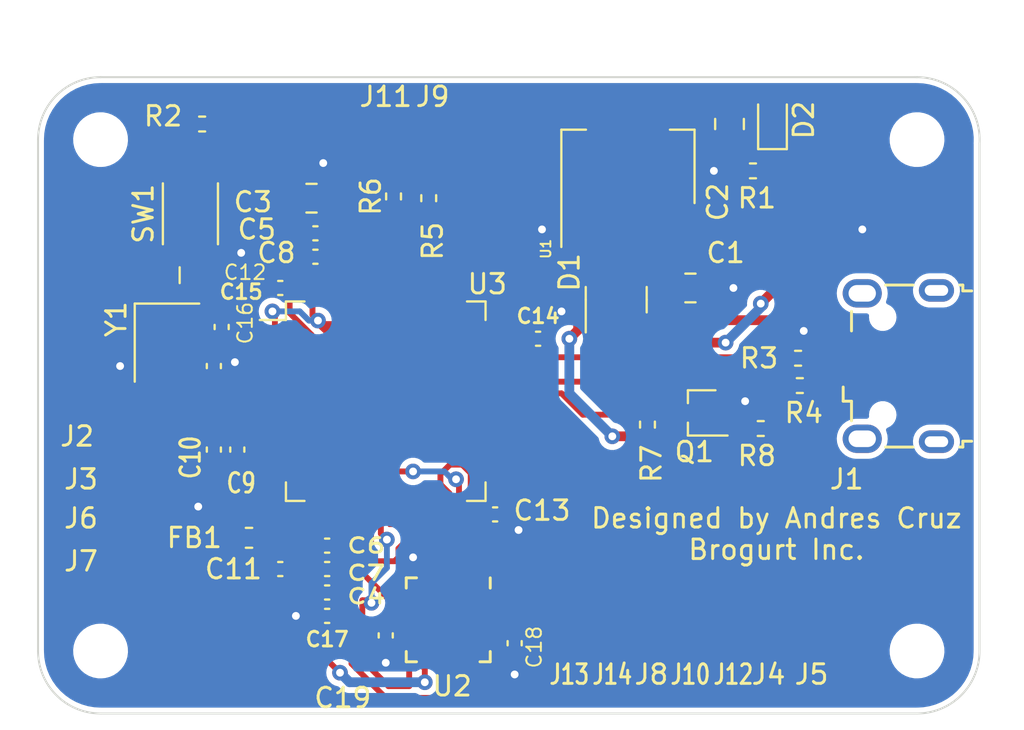
<source format=kicad_pcb>
(kicad_pcb (version 20211014) (generator pcbnew)
  (layers (0 "F.Cu" signal) (31 "B.Cu" power) (34 "B.Paste" user) (35 "F.Paste" user) (36 "B.SilkS" user "B.Silkscreen") (37 "F.SilkS" user "F.Silkscreen") (38 "B.Mask" user) (39 "F.Mask" user) (44 "Edge.Cuts" user))
  (net 0 "")
  (net 1 "GND")
  (net 2 "+3.3V")
  (net 3 "+3.3VA")
  (net 4 "/NRST")
  (net 5 "Net-(C13-Pad1)")
  (net 6 "Net-(C14-Pad1)")
  (net 7 "/RCC_OSC_IN")
  (net 8 "/RCC_OSC_OUT")
  (net 9 "Net-(C18-Pad1)")
  (net 10 "Net-(C19-Pad1)")
  (net 11 "+5V")
  (net 12 "VBUS")
  (net 13 "Net-(D2-Pad1)")
  (net 14 "Net-(J1-Pad2)")
  (net 15 "Net-(J1-Pad3)")
  (net 18 "/S4")
  (net 19 "/S1")
  (net 20 "/UART1_TX")
  (net 21 "/S2")
  (net 22 "/S3")
  (net 23 "/UART6_TX")
  (net 24 "Net-(J9-Pad1)")
  (net 25 "/UART6_RX")
  (net 26 "Net-(J11-Pad1)")
  (net 27 "/PPM_IN")
  (net 28 "/UART3_TX")
  (net 29 "/UART3_RX")
  (net 30 "Net-(Q1-Pad1)")
  (net 31 "/SW_BOOT0")
  (net 32 "/BOOT0")
  (net 33 "/USB_OTG_FS_DP")
  (net 34 "/USB_OTG_FS_DM")
  (net 35 "/SCL_PAD")
  (net 36 "/SDA_PAD")
  (net 40 "SPI1_MISO")
  (net 41 "GYRO_INT")
  (net 42 "SPI1_SCLK")
  (net 43 "SPI1_MOSI")
  (net 74 "UART1_RX_OUT")
  (net 75 "VDD")
  (net 76 "Net-(J5-Pad1)")
  (footprint "Capacitor_SMD:C_0402_1005Metric" (layer "F.Cu") (at 64.6 86.8)
    (fp_text reference "C14")
    (fp_text value "100n")
  )
  (footprint "Capacitor_SMD:C_0805_2012Metric" (layer "F.Cu") (at 72.4 84.2)
    (fp_text reference "C1")
    (fp_text value "10u")
  )
  (footprint "Connector_Wire:SolderWirePad_1x01_SMD_1x2mm" (layer "F.Cu") (at 57.2 76.6)
    (fp_text reference "J11")
    (fp_text value "SDA_PAD")
  )
  (footprint "Capacitor_SMD:C_0805_2012Metric" (layer "F.Cu") (at 74.4 75.8 -90)
    (fp_text reference "C2")
    (fp_text value "10u")
  )
  (footprint "Resistor_SMD:R_0402_1005Metric" (layer "F.Cu") (at 78 89.2)
    (fp_text reference "R4")
    (fp_text value "22R")
  )
  (footprint "Package_QFP:LQFP-64_10x10mm_P0.5mm" (layer "F.Cu") (at 56.8 90)
    (fp_text reference "U3")
    (fp_text value "STM32F405RGTx")
  )
  (footprint "Capacitor_SMD:C_0805_2012Metric" (layer "F.Cu") (at 53 79.6)
    (fp_text reference "C3")
    (fp_text value "10u")
  )
  (footprint "Sensor_Motion:InvenSense_QFN-24_4x4mm_P0.5mm" (layer "F.Cu") (at 60 101.2 -90)
    (fp_text reference "U2")
    (fp_text value "MPU-6000")
  )
  (footprint "Connector_Wire:SolderWirePad_1x01_SMD_1x2mm" (layer "F.Cu") (at 78.6 101.8 180)
    (fp_text reference "J5")
    (fp_text value "UART1_RX")
  )
  (footprint "Crystal:Crystal_SMD_3225-4Pin_3.2x2.5mm" (layer "F.Cu") (at 45.6 87 -90)
    (fp_text reference "Y1")
    (fp_text value "8MHz")
  )
  (footprint "Connector_Wire:SolderWirePad_1x01_SMD_1x2mm" (layer "F.Cu") (at 43.4 98.2 -90)
    (fp_text reference "J7")
    (fp_text value "S2")
  )
  (footprint "LED_SMD:LED_0603_1608Metric" (layer "F.Cu") (at 76.6 75.6 90)
    (fp_text reference "D2")
    (fp_text value "GREEN")
  )
  (footprint "Resistor_SMD:R_0402_1005Metric" (layer "F.Cu") (at 75.6 78.2 180)
    (fp_text reference "R1")
    (fp_text value "1k5")
  )
  (footprint "Connector_Wire:SolderWirePad_1x01_SMD_1x2mm" (layer "F.Cu") (at 66.6 101.8)
    (fp_text reference "J13")
    (fp_text value "UART3_TX")
  )
  (footprint "Inductor_SMD:L_0603_1608Metric" (layer "F.Cu") (at 49.8 97)
    (fp_text reference "FB1")
    (fp_text value "120R")
  )
  (footprint "Connector_Wire:SolderWirePad_1x01_SMD_1x2mm" (layer "F.Cu") (at 70.6 101.8)
    (fp_text reference "J8")
    (fp_text value "UART6_TX")
  )
  (footprint "Connector_Wire:SolderWirePad_1x01_SMD_1x2mm" (layer "F.Cu") (at 74.6 101.8)
    (fp_text reference "J12")
    (fp_text value "PPM_IN")
  )
  (footprint "Package_TO_SOT_SMD:SOT-23" (layer "F.Cu") (at 68.6 84.8 90)
    (fp_text reference "D1")
    (fp_text value "BAT54C")
  )
  (footprint "Resistor_SMD:R_0402_1005Metric" (layer "F.Cu") (at 77.91 87.8)
    (fp_text reference "R3")
    (fp_text value "22R")
  )
  (footprint "Resistor_SMD:R_0402_1005Metric" (layer "F.Cu") (at 47.4 75.8)
    (fp_text reference "R2")
    (fp_text value "10k")
  )
  (footprint "Capacitor_SMD:C_0402_1005Metric" (layer "F.Cu") (at 53.8 97.4 180)
    (fp_text reference "C6")
    (fp_text value "100n")
  )
  (footprint "Capacitor_SMD:C_0402_1005Metric" (layer "F.Cu") (at 48.4 86.2 90)
    (fp_text reference "C15")
    (fp_text value "10p")
  )
  (footprint "Connector_Wire:SolderWirePad_1x01_SMD_1x2mm" (layer "F.Cu") (at 68.6 101.8)
    (fp_text reference "J14")
    (fp_text value "UART3_RX")
  )
  (footprint "Capacitor_SMD:C_0402_1005Metric" (layer "F.Cu") (at 53.8 101 180)
    (fp_text reference "C17")
    (fp_text value "0.1u")
  )
  (footprint "MountingHole:MountingHole_2.2mm_M2" (layer "F.Cu") (at 42.2 76.6)
    (fp_text reference "H2")
    (fp_text value "MountingHole")
  )
  (footprint "Connector_Wire:SolderWirePad_1x01_SMD_1x2mm" (layer "F.Cu") (at 43.4 96 -90)
    (fp_text reference "J6")
    (fp_text value "S3")
  )
  (footprint "Capacitor_SMD:C_0402_1005Metric" (layer "F.Cu") (at 62.4 95.8)
    (fp_text reference "C13")
    (fp_text value "100n")
  )
  (footprint "" (layer "F.Cu") (at 79.6 79.2 90)
    (fp_text reference "")
    (fp_text value "")
  )
  (footprint "Connector_Wire:SolderWirePad_1x01_SMD_1x2mm" (layer "F.Cu") (at 43.4 91.8 -90)
    (fp_text reference "J2")
    (fp_text value "S1")
  )
  (footprint "Connector_Wire:SolderWirePad_1x01_SMD_1x2mm" (layer "F.Cu") (at 72.6 101.8)
    (fp_text reference "J10")
    (fp_text value "UART6_RX")
  )
  (footprint "MountingHole:MountingHole_2.2mm_M2" (layer "F.Cu") (at 84 102.8)
    (fp_text reference "H4")
    (fp_text value "MountingHole")
  )
  (footprint "Connector_Wire:SolderWirePad_1x01_SMD_1x2mm" (layer "F.Cu") (at 43.4 93.8 -90)
    (fp_text reference "J3")
    (fp_text value "S4")
  )
  (footprint "" (layer "F.Cu") (at 79.6 81.2 90)
    (fp_text reference "")
    (fp_text value "")
  )
  (footprint "Capacitor_SMD:C_0402_1005Metric" (layer "F.Cu") (at 53.8 98.6 180)
    (fp_text reference "C7")
    (fp_text value "100n")
  )
  (footprint "Capacitor_SMD:C_0402_1005Metric" (layer "F.Cu") (at 53.8 99.8 180)
    (fp_text reference "C4")
    (fp_text value "100n")
  )
  (footprint "Connector_Wire:SolderWirePad_1x01_SMD_1x2mm" (layer "F.Cu") (at 59 76.6)
    (fp_text reference "J9")
    (fp_text value "SCL_PAD")
  )
  (footprint "MountingHole:MountingHole_2.2mm_M2" (layer "F.Cu") (at 84 76.6)
    (fp_text reference "H1")
    (fp_text value "MountingHole")
  )
  (footprint "Capacitor_SMD:C_0402_1005Metric" (layer "F.Cu") (at 63.4 102.4 -90)
    (fp_text reference "C18")
    (fp_text value "2.2n")
  )
  (footprint "Resistor_SMD:R_0402_1005Metric" (layer "F.Cu") (at 59 79.6 90)
    (fp_text reference "R5")
    (fp_text value "10k")
  )
  (footprint "Resistor_SMD:R_0402_1005Metric" (layer "F.Cu") (at 57.2 79.51 90)
    (fp_text reference "R6")
    (fp_text value "10k")
  )
  (footprint "Capacitor_SMD:C_0402_1005Metric" (layer "F.Cu") (at 48 92.48 90)
    (fp_text reference "C10")
    (fp_text value "1u")
  )
  (footprint "Button_Switch_SMD:SW_DIP_SPSTx01_Slide_Copal_CVS-01xB_W5.9mm_P1mm" (layer "F.Cu") (at 46.8 80.4 90)
    (fp_text reference "SW1")
    (fp_text value "SW_SPDT")
  )
  (footprint "Resistor_SMD:R_0402_1005Metric" (layer "F.Cu") (at 76 91.4 180)
    (fp_text reference "R8")
    (fp_text value "4k7R")
  )
  (footprint "MountingHole:MountingHole_2.2mm_M2" (layer "F.Cu") (at 42.2 102.8)
    (fp_text reference "H3")
    (fp_text value "MountingHole")
  )
  (footprint "Package_TO_SOT_SMD:SOT-323_SC-70" (layer "F.Cu") (at 73 90.6 180)
    (fp_text reference "Q1")
    (fp_text value "BC817W")
  )
  (footprint "Capacitor_SMD:C_0402_1005Metric" (layer "F.Cu") (at 51.4 84.2 180)
    (fp_text reference "C12")
    (fp_text value "100n")
  )
  (footprint "Package_TO_SOT_SMD:SOT-223-3_TabPin2" (layer "F.Cu") (at 69.2 78 90)
    (fp_text reference "U1")
    (fp_text value "NCP1117-3.3_SOT223")
  )
  (footprint "Capacitor_SMD:C_0402_1005Metric" (layer "F.Cu") (at 53.2 81.4)
    (fp_text reference "C5")
    (fp_text value "100n")
  )
  (footprint "Capacitor_SMD:C_0402_1005Metric" (layer "F.Cu") (at 49.2 92.48 90)
    (fp_text reference "C9")
    (fp_text value "10n")
  )
  (footprint "Capacitor_SMD:C_0402_1005Metric" (layer "F.Cu") (at 56.8 102 -90)
    (fp_text reference "C19")
    (fp_text value "0.1u")
  )
  (footprint "Capacitor_SMD:C_0402_1005Metric" (layer "F.Cu") (at 48 88.2 90)
    (fp_text reference "C16")
    (fp_text value "10p")
  )
  (footprint "Capacitor_SMD:C_0402_1005Metric" (layer "F.Cu") (at 53.2 82.6)
    (fp_text reference "C8")
    (fp_text value "100n")
  )
  (footprint "Resistor_SMD:R_0402_1005Metric" (layer "F.Cu") (at 70.2 91.2 -90)
    (fp_text reference "R7")
    (fp_text value "10kR")
  )
  (footprint "Connector_USB:USB_Micro-B_Wuerth_629105150521" (layer "F.Cu") (at 83.045 88.2 90)
    (fp_text reference "J1")
    (fp_text value "USB_B_Micro")
  )
  (footprint "Capacitor_SMD:C_0402_1005Metric" (layer "F.Cu") (at 51.4 98.6)
    (fp_text reference "C11")
    (fp_text value "1u")
  )
  (footprint "Connector_Wire:SolderWirePad_1x01_SMD_1x2mm" (layer "F.Cu") (at 76.6 101.8 180)
    (fp_text reference "J4")
    (fp_text value "UART1_TX")
  )
  (gr_line (start 39 102.8) (end 39 76.6) (layer "Edge.Cuts") (width 0.1))
  (gr_line (start 42.2 73.4) (end 84 73.4) (layer "Edge.Cuts") (width 0.1))
  (gr_arc (start 39 76.6) (mid 39.937258 74.337258) (end 42.2 73.4) (layer "Edge.Cuts") (width 0.1))
  (gr_arc (start 84 73.4) (mid 86.334523 74.408684) (end 87.2 76.8) (layer "Edge.Cuts") (width 0.1))
  (gr_arc (start 87.2 102.8) (mid 86.262742 105.062742) (end 84 106) (layer "Edge.Cuts") (width 0.1))
  (gr_line (start 84 106) (end 42.2 106) (layer "Edge.Cuts") (width 0.1))
  (gr_line (start 87.2 76.8) (end 87.2 102.8) (layer "Edge.Cuts") (width 0.1))
  (gr_arc (start 42.2 106) (mid 39.937258 105.062742) (end 39 102.8) (layer "Edge.Cuts") (width 0.1))
  (gr_text "Designed by Andres Cruz\nBrogurt Inc." (at 76.8 96.8) (layer "F.SilkS") (effects (font (size 1 1))))
  (segment (start 75.09 78.2) (end 73.6 78.2) (width 0.5) (layer "F.Cu") (net 1))
  (segment (start 79.515539 86.700688) (end 79.689851 86.875) (width 0.5) (layer "F.Cu") (net 1))
  (segment (start 53.55 96.550361) (end 53.4 96.700361) (width 0.3) (layer "F.Cu") (net 1))
  (segment (start 49.2 92) (end 49.45 91.75) (width 0.25) (layer "F.Cu") (net 1))
  (segment (start 61.001041 98.475) (end 58.675 98.475) (width 0.3) (layer "F.Cu") (net 1))
  (segment (start 61.2 104) (end 63.4 104) (width 0.3) (layer "F.Cu") (net 1))
  (segment (start 46.8 84.4) (end 46.8 85.55) (width 0.5) (layer "F.Cu") (net 1))
  (segment (start 75.15 89.95) (end 75.2 90) (width 0.5) (layer "F.Cu") (net 1))
  (segment (start 51.88 98.6) (end 53.32 98.6) (width 0.5) (layer "F.Cu") (net 1))
  (segment (start 62.88 95.8) (end 62.88 95.88) (width 0.5) (layer "F.Cu") (net 1))
  (segment (start 49.45 91.75) (end 51.125 91.75) (width 0.25) (layer "F.Cu") (net 1))
  (segment (start 62.85 103.15) (end 63.13 103.15) (width 0.3) (layer "F.Cu") (net 1))
  (segment (start 79.6 81.2) (end 81.2 81.2) (width 0.5) (layer "F.Cu") (net 1))
  (segment (start 53.32 101) (end 53.32 99.8) (width 0.5) (layer "F.Cu") (net 1))
  (segment (start 49.92 84.2) (end 50.92 84.2) (width 0.5) (layer "F.Cu") (net 1))
  (segment (start 53.799639 83.2) (end 53.8 83.2) (width 0.3) (layer "F.Cu") (net 1))
  (segment (start 79.689851 86.875) (end 81.145 86.875) (width 0.5) (layer "F.Cu") (net 1))
  (segment (start 56.993959 102.48) (end 57.523959 101.95) (width 0.3) (layer "F.Cu") (net 1))
  (segment (start 48.4 87.72) (end 48.797215 87.72) (width 0.5) (layer "F.Cu") (net 1))
  (segment (start 74 89.95) (end 75.15 89.95) (width 0.5) (layer "F.Cu") (net 1))
  (segment (start 47 92.8) (end 47 95.2) (width 0.5) (layer "F.Cu") (net 1))
  (segment (start 53.95 79.6) (end 53.95 81.13) (width 0.5) (layer "F.Cu") (net 1))
  (segment (start 46.75 85.6) (end 48.28 85.6) (width 0.5) (layer "F.Cu") (net 1))
  (segment (start 53.4 97.32) (end 53.32 97.4) (width 0.3) (layer "F.Cu") (net 1))
  (segment (start 61.25 99.25) (end 61.25 98.65) (width 0.3) (layer "F.Cu") (net 1))
  (segment (start 62.88 95.88) (end 63.6 96.6) (width 0.5) (layer "F.Cu") (net 1))
  (segment (start 53.32 98.6) (end 53.32 97.4) (width 0.5) (layer "F.Cu") (net 1))
  (segment (start 53.32 99.8) (end 53.32 98.6) (width 0.5) (layer "F.Cu") (net 1))
  (segment (start 53.95 78.15) (end 53.6 77.8) (width 0.5) (layer "F.Cu") (net 1))
  (segment (start 48 92) (end 49.2 92) (width 0.5) (layer "F.Cu") (net 1))
  (segment (start 65.08 86.8) (end 65.08 86.12) (width 0.5) (layer "F.Cu") (net 1))
  (segment (start 43.3 88.1) (end 43.2 88.2) (width 0.5) (layer "F.Cu") (net 1))
  (segment (start 48.797215 87.72) (end 49.077715 88.0005) (width 0.5) (layer "F.Cu") (net 1))
  (segment (start 48.4 85.72) (end 49.92 84.2) (width 0.5) (layer "F.Cu") (net 1))
  (segment (start 61.176041 98.65) (end 61.001041 98.475) (width 0.3) (layer "F.Cu") (net 1))
  (segment (start 53.55 95.675) (end 53.55 96.550361) (width 0.3) (layer "F.Cu") (net 1))
  (segment (start 56.8 102.48) (end 56.8 103.4) (width 0.5) (layer "F.Cu") (net 1))
  (segment (start 73.6 78.2) (end 74.4 77.4) (width 0.5) (layer "F.Cu") (net 1))
  (segment (start 53.55 83.449639) (end 53.799639 83.2) (width 0.3) (layer "F.Cu") (net 1))
  (segment (start 49.92 82.92) (end 49.4 82.4) (width 0.5) (layer "F.Cu") (net 1))
  (segment (start 63.4 104) (end 62.85 103.45) (width 0.3) (layer "F.Cu") (net 1))
  (segment (start 73.35 84.2) (end 74.6 84.2) (width 0.5) (layer "F.Cu") (net 1))
  (segment (start 47 95.2) (end 47.2 95.4) (width 0.5) (layer "F.Cu") (net 1))
  (segment (start 48.28 85.6) (end 48.4 85.72) (width 0.5) (layer "F.Cu") (net 1))
  (segment (start 53.68 81.4) (end 53.68 82.6) (width 0.5) (layer "F.Cu") (net 1))
  (segment (start 48 92) (end 47.8 92) (width 0.5) (layer "F.Cu") (net 1))
  (segment (start 53.95 79.6) (end 53.95 78.15) (width 0.5) (layer "F.Cu") (net 1))
  (segment (start 53.95 81.13) (end 53.68 81.4) (width 0.5) (layer "F.Cu") (net 1))
  (segment (start 46.45 85.9) (end 46.75 85.6) (width 0.5) (layer "F.Cu") (net 1))
  (segment (start 62.85 103.45) (end 62.85 103.15) (width 0.3) (layer "F.Cu") (net 1))
  (segment (start 64.85 81.15) (end 66.9 81.15) (width 0.5) (layer "F.Cu") (net 1))
  (segment (start 74.4 77.4) (end 74.4 76.75) (width 0.5) (layer "F.Cu") (net 1))
  (segment (start 53.55 84.325) (end 53.55 83.449639) (width 0.3) (layer "F.Cu") (net 1))
  (segment (start 64.8 81.2) (end 64.85 81.15) (width 0.5) (layer "F.Cu") (net 1))
  (segment (start 78.2 86.4) (end 78.500688 86.700688) (width 0.5) (layer "F.Cu") (net 1))
  (segment (start 61.25 103.95) (end 61.2 104) (width 0.3) (layer "F.Cu") (net 1))
  (segment (start 61.25 103.15) (end 61.25 103.95) (width 0.3) (layer "F.Cu") (net 1))
  (segment (start 61.25 98.65) (end 61.176041 98.65) (width 0.3) (layer "F.Cu") (net 1))
  (segment (start 49.92 84.2) (end 49.92 82.92) (width 0.5) (layer "F.Cu") (net 1))
  (segment (start 65.08 86.12) (end 65.8 85.4) (width 0.5) (layer "F.Cu") (net 1))
  (segment (start 52.2 101) (end 53.32 101) (width 0.5) (layer "F.Cu") (net 1))
  (segment (start 47.8 92) (end 47 92.8) (width 0.5) (layer "F.Cu") (net 1))
  (segment (start 63.13 103.15) (end 63.4 102.88) (width 0.3) (layer "F.Cu") (net 1))
  (segment (start 57.523959 101.95) (end 58.05 101.95) (width 0.3) (layer "F.Cu") (net 1))
  (segment (start 78.500688 86.700688) (end 79.515539 86.700688) (width 0.5) (layer "F.Cu") (net 1))
  (segment (start 53.8 82.72) (end 53.68 82.6) (width 0.3) (layer "F.Cu") (net 1))
  (segment (start 44.75 88.1) (end 43.3 88.1) (width 0.5) (layer "F.Cu") (net 1))
  (segment (start 46.8 85.55) (end 46.45 85.9) (width 0.5) (layer "F.Cu") (net 1))
  (segment (start 58.675 98.475) (end 58.2 98) (width 0.3) (layer "F.Cu") (net 1))
  (segment (start 53.4 96.700361) (end 53.4 97.32) (width 0.3) (layer "F.Cu") (net 1))
  (segment (start 46.8 83.35) (end 46.8 84.4) (width 0.5) (layer "F.Cu") (net 1))
  (segment (start 61.25 103.15) (end 62.85 103.15) (width 0.3) (layer "F.Cu") (net 1))
  (segment (start 53.8 83.2) (end 53.8 82.72) (width 0.3) (layer "F.Cu") (net 1))
  (via (at 63.4 104) (size 0.8) (drill 0.4) (layers "F.Cu" "B.Cu") (net 1))
  (via (at 75.2 90) (size 0.8) (drill 0.4) (layers "F.Cu" "B.Cu") (net 1))
  (via (at 63.6 96.6) (size 0.8) (drill 0.4) (layers "F.Cu" "B.Cu") (net 1))
  (via (at 49.4 82.4) (size 0.8) (drill 0.4) (layers "F.Cu" "B.Cu") (net 1))
  (via (at 81.2 81.2) (size 0.8) (drill 0.4) (layers "F.Cu" "B.Cu") (net 1))
  (via (at 74.6 84.2) (size 0.8) (drill 0.4) (layers "F.Cu" "B.Cu") (net 1))
  (via (at 53.6 77.8) (size 0.8) (drill 0.4) (layers "F.Cu" "B.Cu") (net 1))
  (via (at 58.2 98) (size 0.8) (drill 0.4) (layers "F.Cu" "B.Cu") (net 1))
  (via (at 65.8 85.4) (size 0.8) (drill 0.4) (layers "F.Cu" "B.Cu") (net 1))
  (via (at 47.2 95.4) (size 0.8) (drill 0.4) (layers "F.Cu" "B.Cu") (net 1))
  (via (at 73.6 78.2) (size 0.8) (drill 0.4) (layers "F.Cu" "B.Cu") (net 1))
  (via (at 49.077715 88.0005) (size 0.8) (drill 0.4) (layers "F.Cu" "B.Cu") (net 1))
  (via (at 43.2 88.2) (size 0.8) (drill 0.4) (layers "F.Cu" "B.Cu") (net 1))
  (via (at 64.8 81.2) (size 0.8) (drill 0.4) (layers "F.Cu" "B.Cu") (net 1))
  (via (at 78.2 86.4) (size 0.8) (drill 0.4) (layers "F.Cu" "B.Cu") (net 1))
  (via (at 52.2 101) (size 0.8) (drill 0.4) (layers "F.Cu" "B.Cu") (net 1))
  (via (at 56.8 103.4) (size 0.8) (drill 0.4) (layers "F.Cu" "B.Cu") (net 1))
  (segment (start 76.5625 74.85) (end 76.6 74.8125) (width 0.5) (layer "F.Cu") (net 2))
  (segment (start 58.75 103.15) (end 58.75 103.65) (width 0.3) (layer "F.Cu") (net 2))
  (segment (start 54 86.540046) (end 54 93.4) (width 0.5) (layer "F.Cu") (net 2))
  (segment (start 54.05 96.550361) (end 54.28 96.780361) (width 0.3) (layer "F.Cu") (net 2))
  (segment (start 54.2 102) (end 53.8 102.4) (width 0.5) (layer "F.Cu") (net 2))
  (segment (start 53.609954 86.15) (end 62.475 86.15) (width 0.5) (layer "F.Cu") (net 2))
  (segment (start 58.8 103.7) (end 58.8 104.4) (width 0.3) (layer "F.Cu") (net 2))
  (segment (start 52.72 83.12) (end 53.05 83.45) (width 0.3) (layer "F.Cu") (net 2))
  (segment (start 53.8 102.4) (end 52.2 102.4) (width 0.5) (layer "F.Cu") (net 2))
  (segment (start 45.8 78.25) (end 46.35 78.8) (width 0.5) (layer "F.Cu") (net 2))
  (segment (start 69.2 74.85) (end 66.55 74.85) (width 0.3) (layer "F.Cu") (net 2))
  (segment (start 54.45838 103.910149) (end 53.8 103.251769) (width 0.3) (layer "F.Cu") (net 2))
  (segment (start 53.8 103.251769) (end 53.8 102.4) (width 0.3) (layer "F.Cu") (net 2))
  (segment (start 51.125 86.25) (end 51.125 85.525) (width 0.3) (layer "F.Cu") (net 2))
  (segment (start 60.55 94.15) (end 60.4 94) (width 0.3) (layer "F.Cu") (net 2))
  (segment (start 52.2 102.4) (end 50.92 101.12) (width 0.5) (layer "F.Cu") (net 2))
  (segment (start 58.75 103.65) (end 58.8 103.7) (width 0.3) (layer "F.Cu") (net 2))
  (segment (start 54.28 98.6) (end 54.28 97.4) (width 0.5) (layer "F.Cu") (net 2))
  (segment (start 47.8 81.2) (end 47.15 81.2) (width 0.5) (layer "F.Cu") (net 2))
  (segment (start 47.8 81.2) (end 47.8 82.55) (width 0.5) (layer "F.Cu") (net 2))
  (segment (start 54.28 101) (end 54.28 99.8) (width 0.5) (layer "F.Cu") (net 2))
  (segment (start 53.329977 85.870023) (end 53.05 85.590046) (width 0.3) (layer "F.Cu") (net 2))
  (segment (start 54 94) (end 54.05 94.05) (width 0.3) (layer "F.Cu") (net 2))
  (segment (start 66.55 74.85) (end 64 77.4) (width 0.3) (layer "F.Cu") (net 2))
  (segment (start 53.329977 85.870023) (end 53.609954 86.15) (width 0.5) (layer "F.Cu") (net 2))
  (segment (start 60.55 95.675) (end 60.55 94.15) (width 0.3) (layer "F.Cu") (net 2))
  (segment (start 74.4 74.85) (end 76.5625 74.85) (width 0.5) (layer "F.Cu") (net 2))
  (segment (start 52.72 81.4) (end 52.72 82.6) (width 0.5) (layer "F.Cu") (net 2))
  (segment (start 52.05 79.6) (end 52.05 80.73) (width 0.5) (layer "F.Cu") (net 2))
  (segment (start 50.7 78.25) (end 52.05 79.6) (width 0.5) (layer "F.Cu") (net 2))
  (segment (start 54.2 93.6) (end 54 93.4) (width 0.3) (layer "F.Cu") (net 2))
  (segment (start 54.28 101) (end 54.2 101.08) (width 0.5) (layer "F.Cu") (net 2))
  (segment (start 53.05 85.590046) (end 53.05 84.325) (width 0.3) (layer "F.Cu") (net 2))
  (segment (start 52.72 82.6) (end 52.72 83.12) (width 0.3) (layer "F.Cu") (net 2))
  (segment (start 53.05 83.45) (end 53.05 84.325) (width 0.3) (layer "F.Cu") (net 2))
  (segment (start 58.2 93.6) (end 54.2 93.6) (width 0.3) (layer "F.Cu") (net 2))
  (segment (start 69.2 74.85) (end 74.4 74.85) (width 0.5) (layer "F.Cu") (net 2))
  (segment (start 54 93.4) (end 54 94) (width 0.5) (layer "F.Cu") (net 2))
  (segment (start 51.125 85.525) (end 51 85.4) (width 0.3) (layer "F.Cu") (net 2))
  (segment (start 54.05 94.05) (end 54.05 95.675) (width 0.3) (layer "F.Cu") (net 2))
  (segment (start 50.92 101.12) (end 50.92 98.6) (width 0.5) (layer "F.Cu") (net 2))
  (segment (start 54.28 99.8) (end 54.28 98.6) (width 0.5) (layer "F.Cu") (net 2))
  (segment (start 54.05 95.675) (end 54.05 96.550361) (width 0.3) (layer "F.Cu") (net 2))
  (segment (start 47.8 78.8) (end 47.8 81.2) (width 0.5) (layer "F.Cu") (net 2))
  (segment (start 54.28 96.780361) (end 54.28 97.4) (width 0.3) (layer "F.Cu") (net 2))
  (segment (start 53.329977 85.870023) (end 54 86.540046) (width 0.5) (layer "F.Cu") (net 2))
  (segment (start 47.15 81.2) (end 45.8 82.55) (width 0.5) (layer "F.Cu") (net 2))
  (segment (start 50.92 97.3325) (end 50.5875 97) (width 0.5) (layer "F.Cu") (net 2))
  (segment (start 63.55 86.25) (end 62.475 86.25) (width 0.3) (layer "F.Cu") (net 2))
  (segment (start 50.92 98.6) (end 50.92 97.3325) (width 0.5) (layer "F.Cu") (net 2))
  (segment (start 64 77.4) (end 64 85.8) (width 0.3) (layer "F.Cu") (net 2))
  (segment (start 64 85.8) (end 63.55 86.25) (width 0.3) (layer "F.Cu") (net 2))
  (segment (start 69.2 74.85) (end 69.2 81.15) (width 0.5) (layer "F.Cu") (net 2))
  (segment (start 47.8 78.25) (end 50.7 78.25) (width 0.5) (layer "F.Cu") (net 2))
  (segment (start 47.8 78.25) (end 47.8 78.8) (width 0.5) (layer "F.Cu") (net 2))
  (segment (start 54.2 101.08) (end 54.2 102) (width 0.5) (layer "F.Cu") (net 2))
  (segment (start 46.35 78.8) (end 47.8 78.8) (width 0.5) (layer "F.Cu") (net 2))
  (segment (start 52.05 80.73) (end 52.72 81.4) (width 0.5) (layer "F.Cu") (net 2))
  (via (at 54.45838 103.910149) (size 0.8) (drill 0.4) (layers "F.Cu" "B.Cu") (net 2))
  (via (at 53.329977 85.870023) (size 0.8) (drill 0.4) (layers "F.Cu" "B.Cu") (net 2))
  (via (at 58.8 104.4) (size 0.8) (drill 0.4) (layers "F.Cu" "B.Cu") (net 2))
  (via (at 60.4 94) (size 0.8) (drill 0.4) (layers "F.Cu" "B.Cu") (net 2))
  (via (at 51 85.4) (size 0.8) (drill 0.4) (layers "F.Cu" "B.Cu") (net 2))
  (via (at 58.2 93.6) (size 0.8) (drill 0.4) (layers "F.Cu" "B.Cu") (net 2))
  (segment (start 59.8 93.6) (end 58.2 93.6) (width 0.3) (layer "B.Cu") (net 2))
  (segment (start 59.8 93.6) (end 60.2 94) (width 0.3) (layer "B.Cu") (net 2))
  (segment (start 54.948231 104.4) (end 54.45838 103.910149) (width 0.5) (layer "B.Cu") (net 2))
  (segment (start 51 85.4) (end 52.4 85.4) (width 0.3) (layer "B.Cu") (net 2))
  (segment (start 52.870023 85.870023) (end 53.329977 85.870023) (width 0.3) (layer "B.Cu") (net 2))
  (segment (start 60.2 94) (end 60.4 94) (width 0.3) (layer "B.Cu") (net 2))
  (segment (start 52.8 85.8) (end 52.870023 85.870023) (width 0.3) (layer "B.Cu") (net 2))
  (segment (start 58.8 104.4) (end 54.948231 104.4) (width 0.5) (layer "B.Cu") (net 2))
  (segment (start 52.4 85.4) (end 52.8 85.8) (width 0.3) (layer "B.Cu") (net 2))
  (segment (start 50.23 92.25) (end 51.125 92.25) (width 0.25) (layer "F.Cu") (net 3))
  (segment (start 49.2 92.84) (end 49.64 92.84) (width 0.25) (layer "F.Cu") (net 3))
  (segment (start 49.2 92.96) (end 48 92.96) (width 0.5) (layer "F.Cu") (net 3))
  (segment (start 49.0125 95.8125) (end 48 94.8) (width 0.5) (layer "F.Cu") (net 3))
  (segment (start 48 94.8) (end 48 92.96) (width 0.5) (layer "F.Cu") (net 3))
  (segment (start 49.0125 97) (end 49.0125 95.8125) (width 0.5) (layer "F.Cu") (net 3))
  (segment (start 49.64 92.84) (end 50.23 92.25) (width 0.25) (layer "F.Cu") (net 3))
  (segment (start 51.88 84.2) (end 51.88 85.48) (width 0.3) (layer "F.Cu") (net 4))
  (segment (start 53 88.6) (end 52.35 89.25) (width 0.3) (layer "F.Cu") (net 4))
  (segment (start 51.88 85.48) (end 53 86.6) (width 0.3) (layer "F.Cu") (net 4))
  (segment (start 53 86.6) (end 53 88.6) (width 0.3) (layer "F.Cu") (net 4))
  (segment (start 52.35 89.25) (end 51.125 89.25) (width 0.3) (layer "F.Cu") (net 4))
  (segment (start 61.15 94.35) (end 61.15 93.689339) (width 0.3) (layer "F.Cu") (net 5))
  (segment (start 60.089339 93.25) (end 59.6 93.739339) (width 0.3) (layer "F.Cu") (net 5))
  (segment (start 61.92 95.12) (end 61.15 94.35) (width 0.3) (layer "F.Cu") (net 5))
  (segment (start 59.6 94.260661) (end 60.05 94.710661) (width 0.3) (layer "F.Cu") (net 5))
  (segment (start 59.6 93.739339) (end 59.6 94.260661) (width 0.3) (layer "F.Cu") (net 5))
  (segment (start 61.92 95.8) (end 61.92 95.12) (width 0.3) (layer "F.Cu") (net 5))
  (segment (start 60.05 94.710661) (end 60.05 95.675) (width 0.3) (layer "F.Cu") (net 5))
  (segment (start 61.15 93.689339) (end 60.710661 93.25) (width 0.3) (layer "F.Cu") (net 5))
  (segment (start 60.710661 93.25) (end 60.089339 93.25) (width 0.3) (layer "F.Cu") (net 5))
  (segment (start 64.12 86.8) (end 64.07 86.75) (width 0.3) (layer "F.Cu") (net 6))
  (segment (start 64.07 86.75) (end 62.475 86.75) (width 0.3) (layer "F.Cu") (net 6))
  (segment (start 49.8 87.800361) (end 49.8 87.2) (width 0.3) (layer "F.Cu") (net 7))
  (segment (start 49.28 86.68) (end 48.4 86.68) (width 0.3) (layer "F.Cu") (net 7))
  (segment (start 44.75 86) (end 44.75 85.9) (width 0.3) (layer "F.Cu") (net 7))
  (segment (start 45.699511 86.949511) (end 44.75 86) (width 0.3) (layer "F.Cu") (net 7))
  (segment (start 51.125 88.25) (end 50.249639 88.25) (width 0.3) (layer "F.Cu") (net 7))
  (segment (start 49.8 87.2) (end 49.28 86.68) (width 0.3) (layer "F.Cu") (net 7))
  (segment (start 47.68 86.68) (end 47.410489 86.949511) (width 0.3) (layer "F.Cu") (net 7))
  (segment (start 50.249639 88.25) (end 49.8 87.800361) (width 0.3) (layer "F.Cu") (net 7))
  (segment (start 47.410489 86.949511) (end 45.699511 86.949511) (width 0.3) (layer "F.Cu") (net 7))
  (segment (start 47.68 86.68) (end 48.4 86.68) (width 0.3) (layer "F.Cu") (net 7))
  (segment (start 48.4 88.68) (end 47.03 88.68) (width 0.3) (layer "F.Cu") (net 8))
  (segment (start 47.03 88.68) (end 46.45 88.1) (width 0.3) (layer "F.Cu") (net 8))
  (segment (start 51.125 88.75) (end 48.47 88.75) (width 0.3) (layer "F.Cu") (net 8))
  (segment (start 48.47 88.75) (end 48.4 88.68) (width 0.3) (layer "F.Cu") (net 8))
  (segment (start 61.95 101.95) (end 63.37 101.95) (width 0.3) (layer "F.Cu") (net 9))
  (segment (start 63.37 101.95) (end 63.4 101.92) (width 0.3) (layer "F.Cu") (net 9))
  (segment (start 56.8 101.52) (end 56.87 101.45) (width 0.3) (layer "F.Cu") (net 10))
  (segment (start 56.87 101.45) (end 58.05 101.45) (width 0.3) (layer "F.Cu") (net 10))
  (segment (start 66.65 84.25) (end 66.6 84.2) (width 0.5) (layer "F.Cu") (net 11))
  (segment (start 66.65 86.35) (end 66.65 84.25) (width 0.5) (layer "F.Cu") (net 11))
  (segment (start 66.6 84.2) (end 66.9375 83.8625) (width 0.5) (layer "F.Cu") (net 11))
  (segment (start 68.4 91.8) (end 70.11 91.8) (width 0.5) (layer "F.Cu") (net 11))
  (segment (start 71.45 84.2) (end 71.45 81.2) (width 0.5) (layer "F.Cu") (net 11))
  (segment (start 71.1125 83.8625) (end 71.45 84.2) (width 0.5) (layer "F.Cu") (net 11))
  (segment (start 66.9375 83.8625) (end 68.6 83.8625) (width 0.5) (layer "F.Cu") (net 11))
  (segment (start 66.2 86.8) (end 66.65 86.35) (width 0.5) (layer "F.Cu") (net 11))
  (segment (start 71.45 81.2) (end 71.5 81.15) (width 0.5) (layer "F.Cu") (net 11))
  (segment (start 68.6 83.8625) (end 71.1125 83.8625) (width 0.5) (layer "F.Cu") (net 11))
  (segment (start 70.11 91.8) (end 70.2 91.71) (width 0.5) (layer "F.Cu") (net 11))
  (via (at 68.4 91.8) (size 0.8) (drill 0.4) (layers "F.Cu" "B.Cu") (net 11))
  (via (at 66.2 86.8) (size 0.8) (drill 0.4) (layers "F.Cu" "B.Cu") (net 11))
  (segment (start 66.2 89.6) (end 68.4 91.8) (width 0.5) (layer "B.Cu") (net 11))
  (segment (start 66.2 86.8) (end 66.2 89.6) (width 0.5) (layer "B.Cu") (net 11))
  (segment (start 77.15 85.85) (end 80 83) (width 0.5) (layer "F.Cu") (net 12))
  (segment (start 83.2 88.57) (end 82.245 89.525) (width 0.5) (layer "F.Cu") (net 12))
  (segment (start 80 83) (end 82.2 83) (width 0.5) (layer "F.Cu") (net 12))
  (segment (start 69.55 85.7375) (end 69.55 85.95) (width 0.5) (layer "F.Cu") (net 12))
  (segment (start 82.2 83) (end 83.2 84) (width 0.5) (layer "F.Cu") (net 12))
  (segment (start 82.245 89.525) (end 81.145 89.525) (width 0.5) (layer "F.Cu") (net 12))
  (segment (start 69.6625 85.85) (end 77.15 85.85) (width 0.5) (layer "F.Cu") (net 12))
  (segment (start 83.2 84) (end 83.2 88.57) (width 0.5) (layer "F.Cu") (net 12))
  (segment (start 69.55 85.7375) (end 69.6625 85.85) (width 0.5) (layer "F.Cu") (net 12))
  (segment (start 76.6 76.3875) (end 76.6 77.71) (width 0.5) (layer "F.Cu") (net 13))
  (segment (start 76.6 77.71) (end 76.11 78.2) (width 0.5) (layer "F.Cu") (net 13))
  (segment (start 80.35 88.85) (end 81.145 88.85) (width 0.3) (layer "F.Cu") (net 14))
  (segment (start 80.8 88.8) (end 81.49 88.8) (width 0.3) (layer "F.Cu") (net 14))
  (segment (start 78.51 89.2) (end 80 89.2) (width 0.3) (layer "F.Cu") (net 14))
  (segment (start 80 89.2) (end 80.35 88.85) (width 0.3) (layer "F.Cu") (net 14))
  (segment (start 80.2 88.2) (end 81.145 88.2) (width 0.3) (layer "F.Cu") (net 15))
  (segment (start 78.42 87.8) (end 79.8 87.8) (width 0.3) (layer "F.Cu") (net 15))
  (segment (start 79.8 87.8) (end 80.2 88.2) (width 0.3) (layer "F.Cu") (net 15))
  (segment (start 43.4 93.8) (end 45.8 91.4) (width 0.3) (layer "F.Cu") (net 18))
  (segment (start 45.95 90.25) (end 51.125 90.25) (width 0.3) (layer "F.Cu") (net 18))
  (segment (start 45.8 91.4) (end 45.8 90.4) (width 0.3) (layer "F.Cu") (net 18))
  (segment (start 45.8 90.4) (end 45.95 90.25) (width 0.3) (layer "F.Cu") (net 18))
  (segment (start 45.45 89.75) (end 51.125 89.75) (width 0.3) (layer "F.Cu") (net 19))
  (segment (start 43.4 91.8) (end 45.45 89.75) (width 0.3) (layer "F.Cu") (net 19))
  (segment (start 64.301041 90.2) (end 63.351041 89.25) (width 0.3) (layer "F.Cu") (net 20))
  (segment (start 76.6 101.8) (end 65 90.2) (width 0.3) (layer "F.Cu") (net 20))
  (segment (start 63.351041 89.25) (end 62.475 89.25) (width 0.3) (layer "F.Cu") (net 20))
  (segment (start 65 90.2) (end 64.301041 90.2) (width 0.3) (layer "F.Cu") (net 20))
  (segment (start 43.4 98.2) (end 46.2 95.4) (width 0.3) (layer "F.Cu") (net 21))
  (segment (start 46.2 95.4) (end 46.2 92.507106) (width 0.3) (layer "F.Cu") (net 21))
  (segment (start 46.2 92.507106) (end 47.457106 91.25) (width 0.3) (layer "F.Cu") (net 21))
  (segment (start 47.457106 91.25) (end 51.125 91.25) (width 0.3) (layer "F.Cu") (net 21))
  (segment (start 45.2 92.8) (end 46.4 91.6) (width 0.3) (layer "F.Cu") (net 22))
  (segment (start 46.4 91.6) (end 46.4 90.8) (width 0.3) (layer "F.Cu") (net 22))
  (segment (start 46.4 90.8) (end 46.45 90.75) (width 0.3) (layer "F.Cu") (net 22))
  (segment (start 44.4 96) (end 45.2 95.2) (width 0.3) (layer "F.Cu") (net 22))
  (segment (start 45.2 95.2) (end 45.2 92.8) (width 0.3) (layer "F.Cu") (net 22))
  (segment (start 46.45 90.75) (end 51.125 90.75) (width 0.3) (layer "F.Cu") (net 22))
  (segment (start 63.351041 91.75) (end 63.8 92.198959) (width 0.3) (layer "F.Cu") (net 23))
  (segment (start 62.475 91.75) (end 63.351041 91.75) (width 0.3) (layer "F.Cu") (net 23))
  (segment (start 63.8 92.198959) (end 63.8 93.2) (width 0.3) (layer "F.Cu") (net 23))
  (segment (start 70.6 101.8) (end 70.6 100) (width 0.3) (layer "F.Cu") (net 23))
  (segment (start 70.6 100) (end 63.8 93.2) (width 0.3) (layer "F.Cu") (net 23))
  (segment (start 59 76.6) (end 59 79.09) (width 0.3) (layer "F.Cu") (net 24))
  (segment (start 72.6 100.6) (end 72.6 101.8) (width 0.3) (layer "F.Cu") (net 25))
  (segment (start 64.6 92.291853) (end 64.6 92.6) (width 0.3) (layer "F.Cu") (net 25))
  (segment (start 62.475 91.25) (end 63.558147 91.25) (width 0.3) (layer "F.Cu") (net 25))
  (segment (start 64.6 92.6) (end 72.6 100.6) (width 0.3) (layer "F.Cu") (net 25))
  (segment (start 63.558147 91.25) (end 64.6 92.291853) (width 0.3) (layer "F.Cu") (net 25))
  (segment (start 57.2 76.6) (end 57.2 79) (width 0.3) (layer "F.Cu") (net 26))
  (segment (start 74.6 101.498959) (end 63.351041 90.25) (width 0.3) (layer "F.Cu") (net 27))
  (segment (start 74.6 101.8) (end 74.6 101.498959) (width 0.3) (layer "F.Cu") (net 27))
  (segment (start 63.351041 90.25) (end 62.475 90.25) (width 0.3) (layer "F.Cu") (net 27))
  (segment (start 63 98.8) (end 63.6 98.8) (width 0.3) (layer "F.Cu") (net 28))
  (segment (start 59.05 95.675) (end 59.05 97.05) (width 0.3) (layer "F.Cu") (net 28))
  (segment (start 61.675 97.475) (end 63 98.8) (width 0.3) (layer "F.Cu") (net 28))
  (segment (start 59.05 97.05) (end 59.475 97.475) (width 0.3) (layer "F.Cu") (net 28))
  (segment (start 66.6 101.8) (end 63.6 98.8) (width 0.3) (layer "F.Cu") (net 28))
  (segment (start 59.475 97.475) (end 61.675 97.475) (width 0.3) (layer "F.Cu") (net 28))
  (segment (start 66 97.8) (end 63.2 97.8) (width 0.3) (layer "F.Cu") (net 29))
  (segment (start 68.6 101.8) (end 68.6 100.4) (width 0.3) (layer "F.Cu") (net 29))
  (segment (start 59.55 96.551041) (end 59.55 95.675) (width 0.3) (layer "F.Cu") (net 29))
  (segment (start 62.375 96.975) (end 59.973959 96.975) (width 0.3) (layer "F.Cu") (net 29))
  (segment (start 59.973959 96.975) (end 59.55 96.551041) (width 0.3) (layer "F.Cu") (net 29))
  (segment (start 63.2 97.8) (end 62.375 96.975) (width 0.3) (layer "F.Cu") (net 29))
  (segment (start 68.6 100.4) (end 66 97.8) (width 0.3) (layer "F.Cu") (net 29))
  (segment (start 74 91.25) (end 75.34 91.25) (width 0.3) (layer "F.Cu") (net 30))
  (segment (start 75.34 91.25) (end 75.49 91.4) (width 0.3) (layer "F.Cu") (net 30))
  (segment (start 46.8 77.45) (end 46.8 75.89) (width 0.3) (layer "F.Cu") (net 31))
  (segment (start 46.8 75.89) (end 46.89 75.8) (width 0.3) (layer "F.Cu") (net 31))
  (segment (start 55.05 77.45) (end 55.05 84.325) (width 0.3) (layer "F.Cu") (net 32))
  (segment (start 47.91 75.8) (end 53.4 75.8) (width 0.3) (layer "F.Cu") (net 32))
  (segment (start 53.4 75.8) (end 55.05 77.45) (width 0.3) (layer "F.Cu") (net 32))
  (segment (start 62.475 87.75) (end 77.35 87.75) (width 0.3) (layer "F.Cu") (net 33))
  (segment (start 77.35 87.75) (end 77.4 87.8) (width 0.3) (layer "F.Cu") (net 33))
  (segment (start 65.2 89) (end 77.29 89) (width 0.3) (layer "F.Cu") (net 34))
  (segment (start 62.475 88.25) (end 64.45 88.25) (width 0.3) (layer "F.Cu") (net 34))
  (segment (start 64.45 88.25) (end 65.2 89) (width 0.3) (layer "F.Cu") (net 34))
  (segment (start 77.29 89) (end 77.49 89.2) (width 0.3) (layer "F.Cu") (net 34))
  (segment (start 56.05 83.448959) (end 56.05 84.325) (width 0.3) (layer "F.Cu") (net 35))
  (segment (start 59 80.11) (end 59 80.498959) (width 0.3) (layer "F.Cu") (net 35))
  (segment (start 59 80.498959) (end 56.05 83.448959) (width 0.3) (layer "F.Cu") (net 35))
  (segment (start 55.55 81.65) (end 55.55 84.325) (width 0.3) (layer "F.Cu") (net 36))
  (segment (start 57.18 80.02) (end 55.55 81.65) (width 0.3) (layer "F.Cu") (net 36))
  (segment (start 55.55 98.75) (end 55.55 95.675) (width 0.3) (layer "F.Cu") (net 40))
  (segment (start 57.2 100.4) (end 55.55 98.75) (width 0.3) (layer "F.Cu") (net 40))
  (segment (start 57.432965 100.95) (end 57.2 100.717035) (width 0.3) (layer "F.Cu") (net 40))
  (segment (start 58.05 100.95) (end 57.432965 100.95) (width 0.3) (layer "F.Cu") (net 40))
  (segment (start 57.2 100.717035) (end 57.2 100.4) (width 0.3) (layer "F.Cu") (net 40))
  (segment (start 55.6 100.2) (end 55.940046 100.2) (width 0.3) (layer "F.Cu") (net 41))
  (segment (start 58.05 102.45) (end 58.05 102.75) (width 0.3) (layer "F.Cu") (net 41))
  (segment (start 56.85838 97.089851) (end 56.55 96.781471) (width 0.3) (layer "F.Cu") (net 41))
  (segment (start 55.6 103.260661) (end 55.6 100.2) (width 0.3) (layer "F.Cu") (net 41))
  (segment (start 56.55 96.781471) (end 56.55 95.675) (width 0.3) (layer "F.Cu") (net 41))
  (segment (start 58 102.8) (end 58 104.6) (width 0.3) (layer "F.Cu") (net 41))
  (segment (start 58 104.6) (end 56.939339 104.6) (width 0.3) (layer "F.Cu") (net 41))
  (segment (start 56.939339 104.6) (end 55.6 103.260661) (width 0.3) (layer "F.Cu") (net 41))
  (segment (start 55.940046 100.2) (end 56.070023 100.329977) (width 0.3) (layer "F.Cu") (net 41))
  (segment (start 58.05 102.75) (end 58 102.8) (width 0.3) (layer "F.Cu") (net 41))
  (via (at 56.070023 100.329977) (size 0.8) (drill 0.4) (layers "F.Cu" "B.Cu") (net 41))
  (via (at 56.85838 97.089851) (size 0.8) (drill 0.4) (layers "F.Cu" "B.Cu") (net 41))
  (segment (start 56.85838 98.54162) (end 56.85838 97.089851) (width 0.3) (layer "B.Cu") (net 41))
  (segment (start 56.070023 100.329977) (end 56.070023 99.329977) (width 0.3) (layer "B.Cu") (net 41))
  (segment (start 56.070023 99.329977) (end 56.85838 98.54162) (width 0.3) (layer "B.Cu") (net 41))
  (segment (start 55.05 95.675) (end 55.05 103.45) (width 0.3) (layer "F.Cu") (net 42))
  (segment (start 62.526041 100.4) (end 62.476041 100.45) (width 0.3) (layer "F.Cu") (net 42))
  (segment (start 56.8 105.2) (end 63.260661 105.2) (width 0.3) (layer "F.Cu") (net 42))
  (segment (start 64.2 100.4) (end 62.526041 100.4) (width 0.3) (layer "F.Cu") (net 42))
  (segment (start 63.260661 105.2) (end 64.4 104.060661) (width 0.3) (layer "F.Cu") (net 42))
  (segment (start 55.05 103.45) (end 56.8 105.2) (width 0.3) (layer "F.Cu") (net 42))
  (segment (start 64.4 100.6) (end 64.2 100.4) (width 0.3) (layer "F.Cu") (net 42))
  (segment (start 62.476041 100.45) (end 61.95 100.45) (width 0.3) (layer "F.Cu") (net 42))
  (segment (start 64.4 104.060661) (end 64.4 100.6) (width 0.3) (layer "F.Cu") (net 42))
  (segment (start 57.75 97.25) (end 57.45 97.55) (width 0.3) (layer "F.Cu") (net 43))
  (segment (start 58.510661 97.25) (end 57.75 97.25) (width 0.3) (layer "F.Cu") (net 43))
  (segment (start 61.8 99.8) (end 61.8 98.4) (width 0.3) (layer "F.Cu") (net 43))
  (segment (start 56.05 98.05) (end 56.05 95.675) (width 0.3) (layer "F.Cu") (net 43))
  (segment (start 57.45 97.55) (end 57.45 98) (width 0.3) (layer "F.Cu") (net 43))
  (segment (start 59.235661 97.975) (end 58.510661 97.25) (width 0.3) (layer "F.Cu") (net 43))
  (segment (start 56.2 98.2) (end 56.05 98.05) (width 0.3) (layer "F.Cu") (net 43))
  (segment (start 61.8 98.4) (end 61.375 97.975) (width 0.3) (layer "F.Cu") (net 43))
  (segment (start 61.375 97.975) (end 59.235661 97.975) (width 0.3) (layer "F.Cu") (net 43))
  (segment (start 61.95 99.95) (end 61.8 99.8) (width 0.3) (layer "F.Cu") (net 43))
  (segment (start 57.25 98.2) (end 56.2 98.2) (width 0.3) (layer "F.Cu") (net 43))
  (segment (start 57.45 98) (end 57.25 98.2) (width 0.3) (layer "F.Cu") (net 43))
  (segment (start 70.2 90.69) (end 66.89 90.69) (width 0.3) (layer "F.Cu") (net 74))
  (segment (start 65.8 89.6) (end 64.8 89.6) (width 0.3) (layer "F.Cu") (net 74))
  (segment (start 70.29 90.6) (end 70.2 90.69) (width 0.3) (layer "F.Cu") (net 74))
  (segment (start 72 90.6) (end 70.29 90.6) (width 0.3) (layer "F.Cu") (net 74))
  (segment (start 66.89 90.69) (end 65.8 89.6) (width 0.3) (layer "F.Cu") (net 74))
  (segment (start 63.95 88.75) (end 62.475 88.75) (width 0.3) (layer "F.Cu") (net 74))
  (segment (start 64.8 89.6) (end 63.95 88.75) (width 0.3) (layer "F.Cu") (net 74))
  (segment (start 67.65 85.7375) (end 68.9125 87) (width 0.5) (layer "F.Cu") (net 75))
  (segment (start 68.9125 87) (end 74.2 87) (width 0.5) (layer "F.Cu") (net 75))
  (segment (start 77 80) (end 77.8 79.2) (width 0.5) (layer "F.Cu") (net 75))
  (segment (start 77 84) (end 77 80) (width 0.5) (layer "F.Cu") (net 75))
  (segment (start 76 85) (end 77 84) (width 0.5) (layer "F.Cu") (net 75))
  (segment (start 77.8 79.2) (end 79.6 79.2) (width 0.5) (layer "F.Cu") (net 75))
  (via (at 76 85) (size 0.8) (drill 0.4) (layers "F.Cu" "B.Cu") (net 75))
  (via (at 74.2 87) (size 0.8) (drill 0.4) (layers "F.Cu" "B.Cu") (net 75))
  (segment (start 76 85.2) (end 76 85) (width 0.5) (layer "B.Cu") (net 75))
  (segment (start 74.2 87) (end 76 85.2) (width 0.5) (layer "B.Cu") (net 75))
  (segment (start 78.6 101.8) (end 78.6 93.6) (width 0.3) (layer "F.Cu") (net 76))
  (segment (start 78.6 93.6) (end 76.51 91.51) (width 0.3) (layer "F.Cu") (net 76))
  (segment (start 76.51 91.51) (end 76.51 91.4) (width 0.3) (layer "F.Cu") (net 76))
  (zone (net 1) (net_name "GND") (layer "B.Cu") (connect_pads (clearance 0.3)) (min_thickness 0.25) (fill yes (thermal_gap 0.5) (thermal_bridge_width 0.5))
    (polygon (pts (xy 87.6 73.2) (xy 87.6 106.6) (xy 38.4 106.4) (xy 38.6 72.8)))
  )
)
</source>
